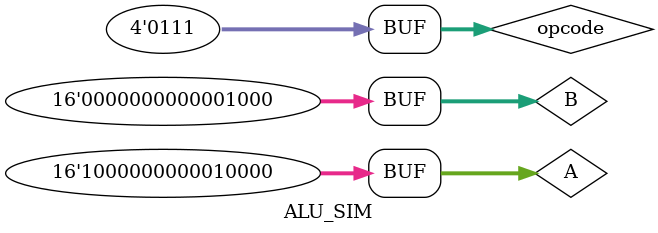
<source format=v>
`timescale 1ns / 1ps

module ALU_SIM();

reg     [15:0] A;
reg     [15:0] B;
reg     [3:0] opcode;

wire    [15:0] ans;

ALU UUT(
.A      (A),
.B      (B),
.op     (opcode),
.ans    (ans)
);


initial begin
    A = 16'h8010;
    B = 16'h0008;
    
    #5 opcode = 4'h0;
    #5 opcode = 4'h1;
    #5 opcode = 4'h2;
    #5 opcode = 4'h3;
    #5 opcode = 4'h4;
    #5 opcode = 4'h5;
    #5 opcode = 4'h6;
    #5 opcode = 4'h7;
    


end
endmodule

</source>
